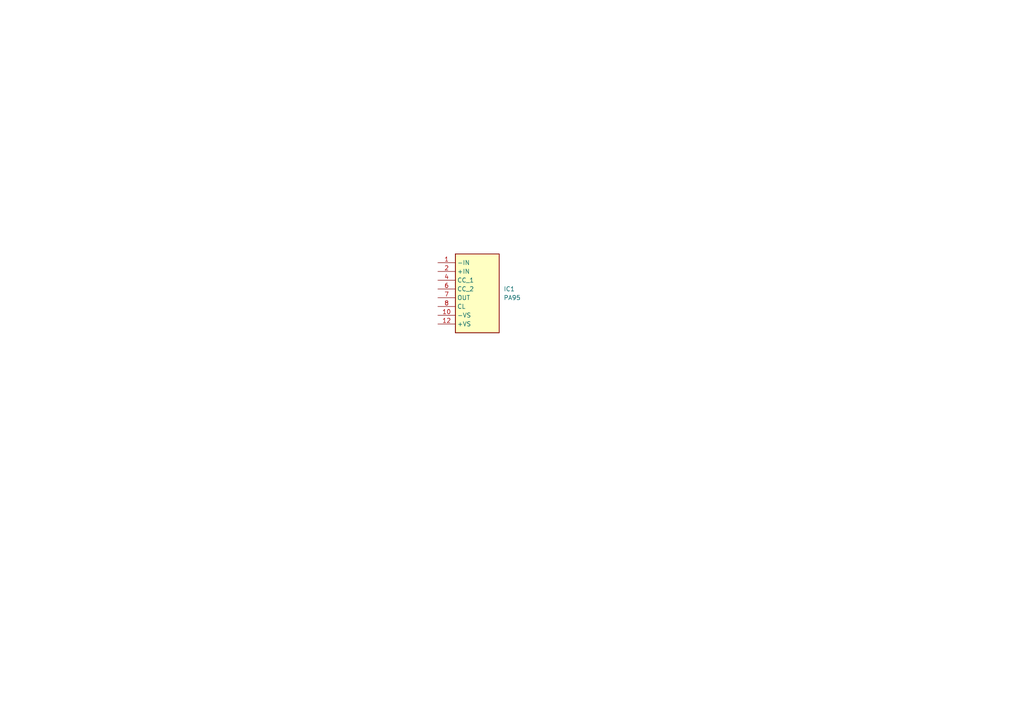
<source format=kicad_sch>
(kicad_sch (version 20250114) (generator "eeschema") (generator_version "9.0")
  (paper "A4")
  (lib_symbols
    (symbol "PA95:PA95"
      (property "Reference" "IC" (at 19.05 7.62 0))
      (property "Value" "PA95" (at 19.05 5.08 0))
      (symbol "PA95_1_1"
        (rectangle (start 5.08 2.54) (end 17.78 -20.32) (stroke (width 0.254)) (fill (type background)))
        (pin passive line (at 0 0 0) (length 5.08) (name "-IN") (number "1"))
        (pin passive line (at 0 -2.54 0) (length 5.08) (name "+IN") (number "2"))
        (pin passive line (at 0 -5.08 0) (length 5.08) (name "CC_1") (number "4"))
        (pin passive line (at 0 -7.62 0) (length 5.08) (name "CC_2") (number "6"))
        (pin passive line (at 0 -10.16 0) (length 5.08) (name "OUT") (number "7"))
        (pin passive line (at 0 -12.7 0) (length 5.08) (name "CL") (number "8"))
        (pin passive line (at 0 -15.24 0) (length 5.08) (name "-VS") (number "10"))
        (pin passive line (at 0 -17.78 0) (length 5.08) (name "+VS") (number "12"))
      )
    )
  )
  (symbol (lib_id "PA95:PA95") (at 127 76.2 0) (unit 1)
    (property "Reference" "IC1" (at 146.05 83.8199 0) (effects (justify left)))
    (property "Value" "PA95" (at 146.05 86.3599 0) (effects (justify left)))
    (property "Footprint" "PA95" (effects (hide yes)))
    (property "Datasheet" "https://www.apexanalog.com/resources/products/pa95u.pdf" (effects (hide yes)))
    (property "Description" "900V, 1.6mA Power Amplifier with Low Standby Current, High voltage  900V (+/-450V), Low quiescent current  1.6mA, High output current  100mA continuous, 200mA PEAK." (effects (hide yes)))
    (property "Height" "22.73" (effects (hide yes)))
    (property "Manufacturer_Name" "Apex Microtechnology" (effects (hide yes)))
    (property "Manufacturer_Part_Number" "PA95" (effects (hide yes)))
    (property "Mouser Part Number" "137-PA95" (effects (hide yes)))
    (property "Mouser Price/Stock" "https://www.mouser.co.uk/ProductDetail/Apex-Microtechnology/PA95?qs=TiOZkKH1s2T5rE6vjqqrxw%3D%3D" (effects (hide yes)))
  )
)
</source>
